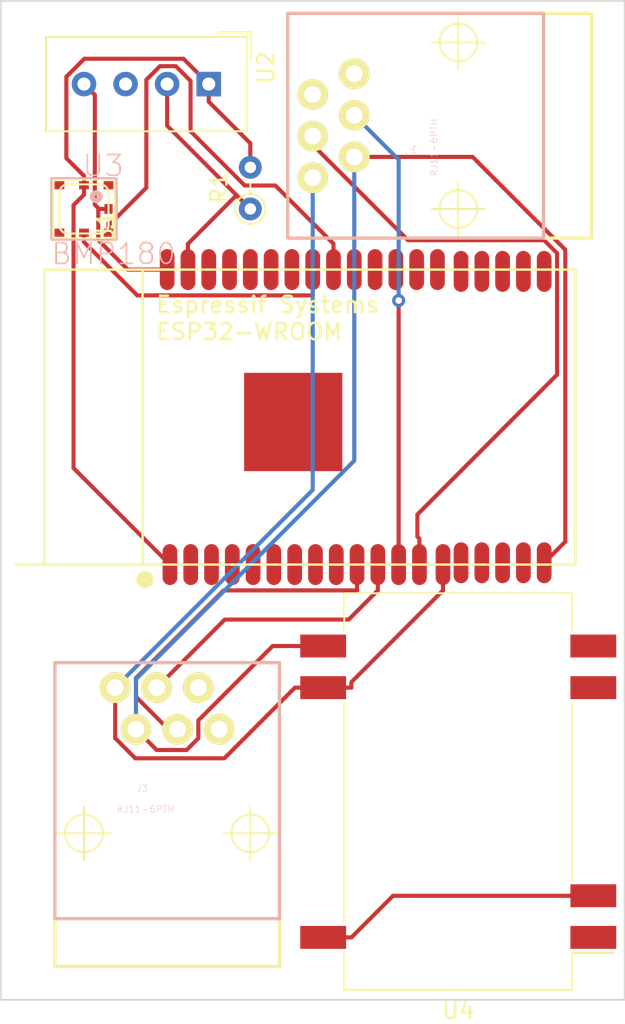
<source format=kicad_pcb>
(kicad_pcb (version 20221018) (generator pcbnew)
  (layers (0 "F.Cu" signal) (31 "B.Cu" signal) (34 "B.Paste" user) (35 "F.Paste" user) (36 "B.SilkS" user "B.Silkscreen") (37 "F.SilkS" user "F.Silkscreen") (38 "B.Mask" user) (39 "F.Mask" user) (44 "Edge.Cuts" user))
  (net 0 "")
  (net 1 "Net-(U1-3V3)")
  (net 3 "Net-(U1-IO19)")
  (net 4 "Net-(U1-IO18)")
  (net 5 "Net-(U2-GND)")
  (net 6 "Net-(U1-IO23)")
  (net 12 "Net-(U1-5V)")
  (net 27 "Net-(U1-IO12)")
  (net 28 "Net-(U1-IO14)")
  (net 29 "Net-(U1-IO27)")
  (net 30 "Net-(U1-IO26)")
  (net 39 "Net-(U4--VOUT)")
  (net 45 "GND")
  (net 46 "+12V")
  (footprint "Sensor:Aosong_DHT11_5.5x12.0_P2.54mm" (layer "F.Cu") (at 99.06 27.94 -90)
    (fp_text reference "U2" (at -1 -3.5 90) (layer "F.SilkS"))
    (fp_text value "DHT11")
    (fp_line (start -3.16 -2.6) (end -3.16 -0.6) (stroke (width 0.12)) (layer "F.SilkS"))
    (fp_line (start -3.16 -2.6) (end -1.55 -2.6) (stroke (width 0.12)) (layer "F.SilkS"))
    (fp_line (start -2.88 9.94) (end -2.88 -2.31) (stroke (width 0.12)) (layer "F.SilkS"))
    (fp_line (start -2.87 -2.32) (end 2.87 -2.32) (stroke (width 0.12)) (layer "F.SilkS"))
    (fp_line (start 2.88 -2.32) (end 2.88 9.94) (stroke (width 0.12)) (layer "F.SilkS"))
    (fp_line (start 2.88 9.94) (end -2.88 9.94) (stroke (width 0.12)) (layer "F.SilkS"))
    (pad "1" thru_hole rect (at 0 0 270) (size 1.5 1.5) (drill 0.8) (layers "*.Cu" "*.Mask") (net 1 "Net-(U1-3V3)"))
    (pad "2" thru_hole circle (at 0 2.54 270) (size 1.5 1.5) (drill 0.8) (layers "*.Cu" "*.Mask") (net 6 "Net-(U1-IO23)"))
    (pad "3" thru_hole circle (at 0 5.08 270) (size 1.5 1.5) (drill 0.8) (layers "*.Cu" "*.Mask"))
    (pad "4" thru_hole circle (at 0 7.62 270) (size 1.5 1.5) (drill 0.8) (layers "*.Cu" "*.Mask") (net 5 "Net-(U2-GND)"))
  )
  (footprint "Converter_DCDC:Converter_DCDC_Artesyn_ATA_SMD" (layer "F.Cu") (at 114.3 71.12 180)
    (fp_text reference "U4" (at 0 -13.35) (layer "F.SilkS"))
    (fp_text value "ATA00A18S-L")
    (fp_line (start -6.96 -12.11) (end -6.96 -9.84) (stroke (width 0.12)) (layer "F.SilkS"))
    (fp_line (start -6.96 -9.84) (end -9.55 -9.84) (stroke (width 0.12)) (layer "F.SilkS"))
    (fp_line (start -6.96 -5.4) (end -6.96 5.39) (stroke (width 0.12)) (layer "F.SilkS"))
    (fp_line (start -6.96 9.84) (end -6.96 12.11) (stroke (width 0.12)) (layer "F.SilkS"))
    (fp_line (start 6.96 -12.11) (end -6.96 -12.11) (stroke (width 0.12)) (layer "F.SilkS"))
    (fp_line (start 6.96 -12.11) (end 6.96 -9.84) (stroke (width 0.12)) (layer "F.SilkS"))
    (fp_line (start 6.96 -7.93) (end 6.96 5.4) (stroke (width 0.12)) (layer "F.SilkS"))
    (fp_line (start 6.96 9.84) (end 6.96 12.11) (stroke (width 0.12)) (layer "F.SilkS"))
    (fp_line (start 6.96 12.11) (end -6.96 12.11) (stroke (width 0.12)) (layer "F.SilkS"))
    (pad "1" smd rect (at -8.25 -8.89 180) (size 2.8 1.4) (layers "F.Cu" "F.Paste" "F.Mask") (net 45 "GND"))
    (pad "2" smd rect (at -8.25 -6.35 180) (size 2.8 1.4) (layers "F.Cu" "F.Paste" "F.Mask") (net 46 "+12V"))
    (pad "7" smd rect (at -8.25 6.35 180) (size 2.8 1.4) (layers "F.Cu" "F.Paste" "F.Mask"))
    (pad "8" smd rect (at -8.25 8.89 180) (size 2.8 1.4) (layers "F.Cu" "F.Paste" "F.Mask"))
    (pad "9" smd rect (at 8.25 8.89 180) (size 2.8 1.4) (layers "F.Cu" "F.Paste" "F.Mask") (net 12 "Net-(U1-5V)"))
    (pad "10" smd rect (at 8.25 6.35 180) (size 2.8 1.4) (layers "F.Cu" "F.Paste" "F.Mask") (net 39 "Net-(U4--VOUT)"))
    (pad "16" smd rect (at 8.25 -8.89 180) (size 2.8 1.4) (layers "F.Cu" "F.Paste" "F.Mask") (net 46 "+12V"))
  )
  (footprint "RF_Module:ESP32-WROOM" (layer "F.Cu") (at 101.77 48.26 -90)
    (fp_text reference "U1" (at -11.557 9.017 90) (layer "F.SilkS"))
    (fp_text value "CUSTOMESP")
    (fp_text user "Espressif Systems" (at -6.858 -0.889) (layer "F.SilkS"))
    (fp_text user "ESP32-WROOM" (at -5.207 0.254) (layer "F.SilkS"))
    (fp_line (start -9 -19.685) (end 9 -19.685) (stroke (width 0.15)) (layer "F.SilkS"))
    (fp_line (start -9 6.75) (end 9 6.75) (stroke (width 0.15)) (layer "F.SilkS"))
    (fp_line (start -9 12.75) (end -9 -19.685) (stroke (width 0.15)) (layer "F.SilkS"))
    (fp_line (start -9 12.75) (end 9 12.75) (stroke (width 0.15)) (layer "F.SilkS"))
    (fp_line (start 9 14.485) (end 9 -19.685) (stroke (width 0.15)) (layer "F.SilkS"))
    (fp_circle (center 9.906 6.604) (end 10.033 6.858) (stroke (width 0.5)) (fill none) (layer "F.SilkS"))
    (pad "1" smd oval (at 9 -11.6 270) (size 2.5 0.9) (layers "F.Cu" "F.Paste" "F.Mask") (net 39 "Net-(U4--VOUT)"))
    (pad "2" smd oval (at 9 5.08 270) (size 2.5 0.9) (layers "F.Cu" "F.Paste" "F.Mask") (net 1 "Net-(U1-3V3)"))
    (pad "3" smd oval (at 9 3.81 270) (size 2.5 0.9) (layers "F.Cu" "F.Paste" "F.Mask"))
    (pad "4" smd oval (at 9 2.54 270) (size 2.5 0.9) (layers "F.Cu" "F.Paste" "F.Mask"))
    (pad "5" smd oval (at 9 1.27 270) (size 2.5 0.9) (layers "F.Cu" "F.Paste" "F.Mask"))
    (pad "6" smd oval (at 9 0 270) (size 2.5 0.9) (layers "F.Cu" "F.Paste" "F.Mask"))
    (pad "7" smd oval (at 9 -1.27 270) (size 2.5 0.9) (layers "F.Cu" "F.Paste" "F.Mask"))
    (pad "8" smd oval (at 9 -2.54 270) (size 2.5 0.9) (layers "F.Cu" "F.Paste" "F.Mask"))
    (pad "9" smd oval (at 9 -3.81 270) (size 2.5 0.9) (layers "F.Cu" "F.Paste" "F.Mask"))
    (pad "10" smd oval (at 9 -5.08 270) (size 2.5 0.9) (layers "F.Cu" "F.Paste" "F.Mask"))
    (pad "11" smd oval (at 9 -6.35 270) (size 2.5 0.9) (layers "F.Cu" "F.Paste" "F.Mask") (net 30 "Net-(U1-IO26)"))
    (pad "12" smd oval (at 9 -7.62 270) (size 2.5 0.9) (layers "F.Cu" "F.Paste" "F.Mask") (net 29 "Net-(U1-IO27)"))
    (pad "13" smd oval (at 9 -8.89 270) (size 2.5 0.9) (layers "F.Cu" "F.Paste" "F.Mask") (net 28 "Net-(U1-IO14)"))
    (pad "14" smd oval (at 9 -10.16 270) (size 2.5 0.9) (layers "F.Cu" "F.Paste" "F.Mask") (net 27 "Net-(U1-IO12)"))
    (pad "15" smd oval (at 8.89 -17.78) (size 0.9 2.5) (layers "F.Cu" "F.Paste" "F.Mask") (net 12 "Net-(U1-5V)"))
    (pad "16" smd oval (at 8.89 -12.7 180) (size 0.9 2.5) (layers "F.Cu" "F.Paste" "F.Mask"))
    (pad "17" smd oval (at 8.89 -13.97 180) (size 0.9 2.5) (layers "F.Cu" "F.Paste" "F.Mask"))
    (pad "18" smd oval (at 8.89 -15.24 180) (size 0.9 2.5) (layers "F.Cu" "F.Paste" "F.Mask"))
    (pad "19" smd oval (at 8.89 -16.51 180) (size 0.9 2.5) (layers "F.Cu" "F.Paste" "F.Mask"))
    (pad "20" smd oval (at -8.89 -17.78) (size 0.9 2.5) (layers "F.Cu" "F.Paste" "F.Mask"))
    (pad "21" smd oval (at -8.89 -16.51) (size 0.9 2.5) (layers "F.Cu" "F.Paste" "F.Mask"))
    (pad "22" smd oval (at -8.89 -15.24) (size 0.9 2.5) (layers "F.Cu" "F.Paste" "F.Mask"))
    (pad "23" smd oval (at -8.89 -13.97) (size 0.9 2.5) (layers "F.Cu" "F.Paste" "F.Mask"))
    (pad "24" smd oval (at -8.89 -12.7) (size 0.9 2.5) (layers "F.Cu" "F.Paste" "F.Mask"))
    (pad "25" smd oval (at -9 -11.26 270) (size 2.5 0.9) (layers "F.Cu" "F.Paste" "F.Mask"))
    (pad "26" smd oval (at -9 -9.99 270) (size 2.5 0.9) (layers "F.Cu" "F.Paste" "F.Mask"))
    (pad "27" smd oval (at -9 -8.72 270) (size 2.5 0.9) (layers "F.Cu" "F.Paste" "F.Mask"))
    (pad "28" smd oval (at -9 -7.45 270) (size 2.5 0.9) (layers "F.Cu" "F.Paste" "F.Mask"))
    (pad "29" smd oval (at -9 -6.18 270) (size 2.5 0.9) (layers "F.Cu" "F.Paste" "F.Mask"))
    (pad "30" smd oval (at -9 -4.91 270) (size 2.5 0.9) (layers "F.Cu" "F.Paste" "F.Mask") (net 4 "Net-(U1-IO18)"))
    (pad "31" smd oval (at -9 -3.64 270) (size 2.5 0.9) (layers "F.Cu" "F.Paste" "F.Mask") (net 3 "Net-(U1-IO19)"))
    (pad "32" smd oval (at -9 -2.37 270) (size 2.5 0.9) (layers "F.Cu" "F.Paste" "F.Mask"))
    (pad "33" smd oval (at -9 -1.1 270) (size 2.5 0.9) (layers "F.Cu" "F.Paste" "F.Mask"))
    (pad "34" smd oval (at -9 0.17 270) (size 2.5 0.9) (layers "F.Cu" "F.Paste" "F.Mask"))
    (pad "35" smd oval (at -9 1.44 270) (size 2.5 0.9) (layers "F.Cu" "F.Paste" "F.Mask"))
    (pad "36" smd oval (at -9 2.71 270) (size 2.5 0.9) (layers "F.Cu" "F.Paste" "F.Mask"))
    (pad "37" smd oval (at -9 3.98 270) (size 2.5 0.9) (layers "F.Cu" "F.Paste" "F.Mask") (net 6 "Net-(U1-IO23)"))
    (pad "38" smd oval (at -9 5.25 270) (size 2.5 0.9) (layers "F.Cu" "F.Paste" "F.Mask") (net 5 "Net-(U2-GND)"))
    (pad "39" smd rect (at 0.3 -2.45 270) (size 6 6) (layers "F.Cu" "F.Paste" "F.Mask"))
  )
  (footprint "sensor:BMP180" (layer "F.Cu") (at 91.44 35.56)
    (fp_text reference "U3" (at 1.17348 -2.63398) (layer "B.SilkS") (effects (font (size 1.27 1.27) (thickness 0.1016))))
    (fp_text value "BMP180" (at 1.80848 2.73812) (layer "B.SilkS") (effects (font (size 1.27 1.27) (thickness 0.1016))))
    (fp_line (start -1.99898 -1.87452) (end -1.99898 1.87452) (stroke (width 0.127)) (layer "B.SilkS"))
    (fp_line (start -1.99898 1.87452) (end 1.99898 1.87452) (stroke (width 0.127)) (layer "B.SilkS"))
    (fp_line (start 1.99898 -1.87452) (end -1.99898 -1.87452) (stroke (width 0.127)) (layer "B.SilkS"))
    (fp_line (start 1.99898 1.87452) (end 1.99898 -1.87452) (stroke (width 0.127)) (layer "B.SilkS"))
    (fp_circle (center 0.7493 -0.7493) (end 0.81026 -0.81026) (stroke (width 0.3048)) (fill none) (layer "B.SilkS"))
    (fp_circle (center 0.7493 -0.7493) (end 0.81026 -0.81026) (stroke (width 0.3048)) (fill none) (layer "B.SilkS"))
    (fp_line (start -1.89992 -1.79832) (end -1.89992 1.79832) (stroke (width 0.127)) (layer "F.SilkS"))
    (fp_line (start -1.89992 1.79832) (end 1.89992 1.79832) (stroke (width 0.127)) (layer "F.SilkS"))
    (fp_line (start -1.4986 -0.99822) (end -1.4986 0.99822) (stroke (width 0.127)) (layer "F.SilkS"))
    (fp_line (start -0.99822 1.4986) (end 0.99822 1.4986) (stroke (width 0.127)) (layer "F.SilkS"))
    (fp_line (start 0.99822 -1.4986) (end -0.99822 -1.4986) (stroke (width 0.127)) (layer "F.SilkS"))
    (fp_line (start 1.4986 0.99822) (end 1.4986 -0.99822) (stroke (width 0.127)) (layer "F.SilkS"))
    (fp_line (start 1.89992 -1.79832) (end -1.89992 -1.79832) (stroke (width 0.127)) (layer "F.SilkS"))
    (fp_line (start 1.89992 1.79832) (end 1.89992 -1.79832) (stroke (width 0.127)) (layer "F.SilkS"))
    (fp_arc (start -1.4986 -0.99822) (mid -1.352042 -1.352042) (end -0.99822 -1.4986) (stroke (width 0.127)) (layer "F.SilkS"))
    (fp_arc (start -0.99822 1.4986) (mid -1.352042 1.352042) (end -1.4986 0.99822) (stroke (width 0.127)) (layer "F.SilkS"))
    (fp_arc (start 0.99822 -1.4986) (mid 1.352042 -1.352042) (end 1.4986 -0.99822) (stroke (width 0.127)) (layer "F.SilkS"))
    (fp_arc (start 1.4986 0.99822) (mid 1.352042 1.352042) (end 0.99822 1.4986) (stroke (width 0.127)) (layer "F.SilkS"))
    (fp_circle (center 0.7493 -0.7493) (end 0.81026 -0.81026) (stroke (width 0.3048)) (fill none) (layer "F.SilkS"))
    (pad "1" smd rect (at 1.4986 -1.4478 90) (size 0.49784 0.59944) (layers "F.Cu" "F.Paste" "F.Mask"))
    (pad "2" smd rect (at 0 -1.4478 90) (size 0.49784 0.59944) (layers "F.Cu" "F.Paste" "F.Mask") (net 1 "Net-(U1-3V3)"))
    (pad "3" smd rect (at -1.4986 -1.4478 90) (size 0.49784 0.59944) (layers "F.Cu" "F.Paste" "F.Mask"))
    (pad "4" smd rect (at -1.4986 1.4478 90) (size 0.49784 0.59944) (layers "F.Cu" "F.Paste" "F.Mask"))
    (pad "5" smd rect (at 0 1.4478 90) (size 0.49784 0.59944) (layers "F.Cu" "F.Paste" "F.Mask") (net 3 "Net-(U1-IO19)"))
    (pad "6" smd rect (at 1.4986 1.4478 90) (size 0.49784 0.59944) (layers "F.Cu" "F.Paste" "F.Mask") (net 4 "Net-(U1-IO18)"))
    (pad "7" smd rect (at 1.4986 0 180) (size 0.49784 0.59944) (layers "F.Cu" "F.Paste" "F.Mask") (net 5 "Net-(U2-GND)"))
  )
  (footprint "conectorica:RJ11-6" (layer "F.Cu") (at 114.3 30.48 90)
    (fp_text reference "J4" (at -1.524 -2.7432 90) (layer "B.SilkS") (effects (font (size 0.4064 0.4064) (thickness 0.0254))))
    (fp_text value "RJ11-6PTH" (at -1.3208 -1.4732 90) (layer "B.SilkS") (effects (font (size 0.4064 0.4064) (thickness 0.0254))))
    (fp_line (start -6.858 -10.414) (end -6.858 5.207) (stroke (width 0.2032)) (layer "B.SilkS"))
    (fp_line (start 6.858 -10.414) (end -6.858 -10.414) (stroke (width 0.2032)) (layer "B.SilkS"))
    (fp_line (start 6.858 5.207) (end -6.858 5.207) (stroke (width 0.2032)) (layer "B.SilkS"))
    (fp_line (start 6.858 5.207) (end 6.858 -10.414) (stroke (width 0.2032)) (layer "B.SilkS"))
    (fp_line (start -6.858 5.207) (end -6.858 8.128) (stroke (width 0.2032)) (layer "F.SilkS"))
    (fp_line (start -6.858 8.128) (end 6.858 8.128) (stroke (width 0.2032)) (layer "F.SilkS"))
    (fp_line (start -6.7056 0) (end -3.4544 0) (stroke (width 0.127)) (layer "F.SilkS"))
    (fp_line (start -5.08 1.6256) (end -5.08 -1.6256) (stroke (width 0.127)) (layer "F.SilkS"))
    (fp_line (start 3.4544 0) (end 6.7056 0) (stroke (width 0.127)) (layer "F.SilkS"))
    (fp_line (start 5.08 1.6256) (end 5.08 -1.6256) (stroke (width 0.127)) (layer "F.SilkS"))
    (fp_line (start 6.858 8.128) (end 6.858 5.207) (stroke (width 0.2032)) (layer "F.SilkS"))
    (fp_circle (center -5.08 0) (end -5.8928 0.8128) (stroke (width 0.127)) (fill none) (layer "F.SilkS"))
    (fp_circle (center 5.08 0) (end 5.8928 0.8128) (stroke (width 0.127)) (fill none) (layer "F.SilkS"))
    (pad "1" thru_hole circle (at -3.175 -8.89 90) (size 1.8796 1.8796) (drill 1.016) (layers "F&B.Cu" "F.Paste" "F.SilkS" "F.Mask") (net 39 "Net-(U4--VOUT)"))
    (pad "2" thru_hole circle (at -1.905 -6.35 90) (size 1.8796 1.8796) (drill 1.016) (layers "F&B.Cu" "F.Paste" "F.SilkS" "F.Mask") (net 12 "Net-(U1-5V)"))
    (pad "3" thru_hole circle (at -0.635 -8.89 90) (size 1.8796 1.8796) (drill 1.016) (layers "F&B.Cu" "F.Paste" "F.SilkS" "F.Mask") (net 27 "Net-(U1-IO12)"))
    (pad "4" thru_hole circle (at 0.635 -6.35 90) (size 1.8796 1.8796) (drill 1.016) (layers "F&B.Cu" "F.Paste" "F.SilkS" "F.Mask") (net 28 "Net-(U1-IO14)"))
    (pad "5" thru_hole circle (at 1.905 -8.89 90) (size 1.8796 1.8796) (drill 1.016) (layers "F&B.Cu" "F.Paste" "F.SilkS" "F.Mask"))
    (pad "6" thru_hole circle (at 3.175 -6.35 90) (size 1.8796 1.8796) (drill 1.016) (layers "F&B.Cu" "F.Paste" "F.SilkS" "F.Mask"))
  )
  (footprint "conectorica:RJ11-6" (layer "F.Cu") (at 96.52 73.66)
    (fp_text reference "J3" (at -1.524 -2.7432) (layer "B.SilkS") (effects (font (size 0.4064 0.4064) (thickness 0.0254))))
    (fp_text value "RJ11-6PTH" (at -1.3208 -1.4732) (layer "B.SilkS") (effects (font (size 0.4064 0.4064) (thickness 0.0254))))
    (fp_line (start -6.858 -10.414) (end -6.858 5.207) (stroke (width 0.2032)) (layer "B.SilkS"))
    (fp_line (start 6.858 -10.414) (end -6.858 -10.414) (stroke (width 0.2032)) (layer "B.SilkS"))
    (fp_line (start 6.858 5.207) (end -6.858 5.207) (stroke (width 0.2032)) (layer "B.SilkS"))
    (fp_line (start 6.858 5.207) (end 6.858 -10.414) (stroke (width 0.2032)) (layer "B.SilkS"))
    (fp_line (start -6.858 5.207) (end -6.858 8.128) (stroke (width 0.2032)) (layer "F.SilkS"))
    (fp_line (start -6.858 8.128) (end 6.858 8.128) (stroke (width 0.2032)) (layer "F.SilkS"))
    (fp_line (start -6.7056 0) (end -3.4544 0) (stroke (width 0.127)) (layer "F.SilkS"))
    (fp_line (start -5.08 1.6256) (end -5.08 -1.6256) (stroke (width 0.127)) (layer "F.SilkS"))
    (fp_line (start 3.4544 0) (end 6.7056 0) (stroke (width 0.127)) (layer "F.SilkS"))
    (fp_line (start 5.08 1.6256) (end 5.08 -1.6256) (stroke (width 0.127)) (layer "F.SilkS"))
    (fp_line (start 6.858 8.128) (end 6.858 5.207) (stroke (width 0.2032)) (layer "F.SilkS"))
    (fp_circle (center -5.08 0) (end -5.8928 0.8128) (stroke (width 0.127)) (fill none) (layer "F.SilkS"))
    (fp_circle (center 5.08 0) (end 5.8928 0.8128) (stroke (width 0.127)) (fill none) (layer "F.SilkS"))
    (pad "1" thru_hole circle (at -3.175 -8.89) (size 1.8796 1.8796) (drill 1.016) (layers "F&B.Cu" "F.Paste" "F.SilkS" "F.Mask") (net 39 "Net-(U4--VOUT)"))
    (pad "2" thru_hole circle (at -1.905 -6.35) (size 1.8796 1.8796) (drill 1.016) (layers "F&B.Cu" "F.Paste" "F.SilkS" "F.Mask") (net 12 "Net-(U1-5V)"))
    (pad "3" thru_hole circle (at -0.635 -8.89) (size 1.8796 1.8796) (drill 1.016) (layers "F&B.Cu" "F.Paste" "F.SilkS" "F.Mask") (net 29 "Net-(U1-IO27)"))
    (pad "4" thru_hole circle (at 0.635 -6.35) (size 1.8796 1.8796) (drill 1.016) (layers "F&B.Cu" "F.Paste" "F.SilkS" "F.Mask") (net 30 "Net-(U1-IO26)"))
    (pad "5" thru_hole circle (at 1.905 -8.89) (size 1.8796 1.8796) (drill 1.016) (layers "F&B.Cu" "F.Paste" "F.SilkS" "F.Mask"))
    (pad "6" thru_hole circle (at 3.175 -6.35) (size 1.8796 1.8796) (drill 1.016) (layers "F&B.Cu" "F.Paste" "F.SilkS" "F.Mask"))
  )
  (footprint "Resistor_THT:R_Axial_DIN0204_L3.6mm_D1.6mm_P2.54mm_Vertical" (layer "F.Cu") (at 101.6 35.56 90)
    (fp_text reference "R1" (at 1.27 -1.92 90) (layer "F.SilkS"))
    (fp_text value "R_US")
    (fp_line (start 0.92 0) (end 1.54 0) (stroke (width 0.12)) (layer "F.SilkS"))
    (fp_circle (center 0 0) (end 0.92 0) (stroke (width 0.12)) (fill none) (layer "F.SilkS"))
    (pad "1" thru_hole circle (at 0 0 90) (size 1.4 1.4) (drill 0.7) (layers "*.Cu" "*.Mask") (net 6 "Net-(U1-IO23)"))
    (pad "2" thru_hole oval (at 2.54 0 90) (size 1.4 1.4) (drill 0.7) (layers "*.Cu" "*.Mask") (net 1 "Net-(U1-3V3)"))
  )
  (gr_rect (start 86.36 22.86) (end 124.46 83.82) (stroke (width 0.1)) (fill none) (layer "Edge.Cuts"))
  (segment (start 91.44 34.6864) (end 90.8023 35.3241) (width 0.25) (layer "F.Cu") (net 1))
  (segment (start 101.6 31.5553) (end 101.6 33.02) (width 0.25) (layer "F.Cu") (net 1))
  (segment (start 91.4625 26.3945) (end 97.5145 26.3945) (width 0.25) (layer "F.Cu") (net 1))
  (segment (start 91.44 34.1122) (end 91.44 33.538) (width 0.25) (layer "F.Cu") (net 1))
  (segment (start 97.5145 26.3945) (end 99.06 27.94) (width 0.25) (layer "F.Cu") (net 1))
  (segment (start 90.364 32.462) (end 90.364 27.493) (width 0.25) (layer "F.Cu") (net 1))
  (segment (start 91.44 34.3993) (end 91.44 34.6864) (width 0.25) (layer "F.Cu") (net 1))
  (segment (start 91.44 33.538) (end 90.364 32.462) (width 0.25) (layer "F.Cu") (net 1))
  (segment (start 90.8023 51.3723) (end 96.69 57.26) (width 0.25) (layer "F.Cu") (net 1))
  (segment (start 91.44 34.3993) (end 91.44 34.1122) (width 0.25) (layer "F.Cu") (net 1))
  (segment (start 99.06 29.0153) (end 101.6 31.5553) (width 0.25) (layer "F.Cu") (net 1))
  (segment (start 99.06 27.94) (end 99.06 29.0153) (width 0.25) (layer "F.Cu") (net 1))
  (segment (start 90.364 27.493) (end 91.4625 26.3945) (width 0.25) (layer "F.Cu") (net 1))
  (segment (start 90.8023 35.3241) (end 90.8023 51.3723) (width 0.25) (layer "F.Cu") (net 1))
  (segment (start 94.6933 40.8353) (end 105.41 40.8353) (width 0.25) (layer "F.Cu") (net 3))
  (segment (start 91.44 37.582) (end 94.6933 40.8353) (width 0.25) (layer "F.Cu") (net 3))
  (segment (start 105.41 39.26) (end 105.41 40.8353) (width 0.25) (layer "F.Cu") (net 3))
  (segment (start 91.44 37.0078) (end 91.44 37.582) (width 0.25) (layer "F.Cu") (net 3))
  (segment (start 92.9386 37.0078) (end 92.9386 36.4336) (width 0.25) (layer "F.Cu") (net 4))
  (segment (start 96.0812 26.8483) (end 97.0487 26.8483) (width 0.25) (layer "F.Cu") (net 4))
  (segment (start 93.0821 36.4336) (end 95.25 34.2657) (width 0.25) (layer "F.Cu") (net 4))
  (segment (start 95.25 34.2657) (end 95.25 27.6795) (width 0.25) (layer "F.Cu") (net 4))
  (segment (start 97.9493 27.7489) (end 97.9493 30.8193) (width 0.25) (layer "F.Cu") (net 4))
  (segment (start 101.2606 34.1306) (end 103.1259 34.1306) (width 0.25) (layer "F.Cu") (net 4))
  (segment (start 106.68 39.26) (end 106.68 37.6847) (width 0.25) (layer "F.Cu") (net 4))
  (segment (start 95.25 27.6795) (end 96.0812 26.8483) (width 0.25) (layer "F.Cu") (net 4))
  (segment (start 103.1259 34.1306) (end 106.68 37.6847) (width 0.25) (layer "F.Cu") (net 4))
  (segment (start 92.9386 36.4336) (end 93.0821 36.4336) (width 0.25) (layer "F.Cu") (net 4))
  (segment (start 97.0487 26.8483) (end 97.9493 27.7489) (width 0.25) (layer "F.Cu") (net 4))
  (segment (start 97.9493 30.8193) (end 101.2606 34.1306) (width 0.25) (layer "F.Cu") (net 4))
  (segment (start 92.102 35.2976) (end 92.3644 35.56) (width 0.25) (layer "F.Cu") (net 5))
  (segment (start 92.9386 35.56) (end 92.3644 35.56) (width 0.25) (layer "F.Cu") (net 5))
  (segment (start 94.1195 39.26) (end 96.52 39.26) (width 0.25) (layer "F.Cu") (net 5))
  (segment (start 92.102 28.602) (end 92.102 35.2976) (width 0.25) (layer "F.Cu") (net 5))
  (segment (start 91.44 27.94) (end 92.102 28.602) (width 0.25) (layer "F.Cu") (net 5))
  (segment (start 92.3135 35.6109) (end 92.3135 37.454) (width 0.25) (layer "F.Cu") (net 5))
  (segment (start 92.3644 35.56) (end 92.3135 35.6109) (width 0.25) (layer "F.Cu") (net 5))
  (segment (start 92.3135 37.454) (end 94.1195 39.26) (width 0.25) (layer "F.Cu") (net 5))
  (segment (start 96.52 27.94) (end 96.52 30.48) (width 0.25) (layer "F.Cu") (net 6))
  (segment (start 100.7574 34.7173) (end 101.6 35.56) (width 0.25) (layer "F.Cu") (net 6))
  (segment (start 97.79 39.26) (end 97.79 37.6847) (width 0.25) (layer "F.Cu") (net 6))
  (segment (start 100.7574 34.7173) (end 97.79 37.6847) (width 0.25) (layer "F.Cu") (net 6))
  (segment (start 96.52 30.48) (end 100.7574 34.7173) (width 0.25) (layer "F.Cu") (net 6))
  (segment (start 97.7055 68.5752) (end 98.425 67.8557) (width 0.25) (layer "F.Cu") (net 12))
  (segment (start 98.425 67.8557) (end 98.425 66.7685) (width 0.25) (layer "F.Cu") (net 12))
  (segment (start 120.839 55.861) (end 119.55 57.15) (width 0.25) (layer "F.Cu") (net 12))
  (segment (start 94.615 67.31) (end 95.8802 68.5752) (width 0.25) (layer "F.Cu") (net 12))
  (segment (start 102.9635 62.23) (end 106.05 62.23) (width 0.25) (layer "F.Cu") (net 12))
  (segment (start 95.8802 68.5752) (end 97.7055 68.5752) (width 0.25) (layer "F.Cu") (net 12))
  (segment (start 98.425 66.7685) (end 102.9635 62.23) (width 0.25) (layer "F.Cu") (net 12))
  (segment (start 107.95 32.385) (end 115.1762 32.385) (width 0.25) (layer "F.Cu") (net 12))
  (segment (start 120.839 38.0478) (end 120.839 55.861) (width 0.25) (layer "F.Cu") (net 12))
  (segment (start 115.1762 32.385) (end 120.839 38.0478) (width 0.25) (layer "F.Cu") (net 12))
  (segment (start 94.615 64.2508) (end 107.95 50.9158) (width 0.25) (layer "B.Cu") (net 12))
  (segment (start 107.95 50.9158) (end 107.95 32.385) (width 0.25) (layer "B.Cu") (net 12))
  (segment (start 94.615 67.31) (end 94.615 64.2508) (width 0.25) (layer "B.Cu") (net 12))
  (segment (start 111.93 57.26) (end 111.93 55.6847) (width 0.25) (layer "F.Cu") (net 27))
  (segment (start 111.8063 55.561) (end 111.93 55.6847) (width 0.25) (layer "F.Cu") (net 27))
  (segment (start 111.2305 37.4672) (end 119.5438 37.4672) (width 0.25) (layer "F.Cu") (net 27))
  (segment (start 111.8063 54.2027) (end 111.8063 55.561) (width 0.25) (layer "F.Cu") (net 27))
  (segment (start 105.41 31.6467) (end 111.2305 37.4672) (width 0.25) (layer "F.Cu") (net 27))
  (segment (start 105.41 31.115) (end 105.41 31.6467) (width 0.25) (layer "F.Cu") (net 27))
  (segment (start 120.3358 38.2592) (end 120.3358 45.6732) (width 0.25) (layer "F.Cu") (net 27))
  (segment (start 119.5438 37.4672) (end 120.3358 38.2592) (width 0.25) (layer "F.Cu") (net 27))
  (segment (start 120.3358 45.6732) (end 111.8063 54.2027) (width 0.25) (layer "F.Cu") (net 27))
  (segment (start 110.66 57.26) (end 110.66 41.1463) (width 0.25) (layer "F.Cu") (net 28))
  (via (at 110.66 41.1463) (size 0.8) (drill 0.4) (layers "F.Cu" "B.Cu") (net 28))
  (segment (start 107.95 29.845) (end 110.66 32.555) (width 0.25) (layer "B.Cu") (net 28))
  (segment (start 110.66 32.555) (end 110.66 41.1463) (width 0.25) (layer "B.Cu") (net 28))
  (segment (start 95.885 64.77) (end 100.0394 60.6156) (width 0.25) (layer "F.Cu") (net 29))
  (segment (start 109.39 57.26) (end 109.39 58.8353) (width 0.25) (layer "F.Cu") (net 29))
  (segment (start 107.6097 60.6156) (end 109.39 58.8353) (width 0.25) (layer "F.Cu") (net 29))
  (segment (start 100.0394 60.6156) (end 107.6097 60.6156) (width 0.25) (layer "F.Cu") (net 29))
  (segment (start 94.615 65.3257) (end 94.615 64.1876) (width 0.25) (layer "F.Cu") (net 30))
  (segment (start 108.12 57.26) (end 108.12 58.8353) (width 0.25) (layer "F.Cu") (net 30))
  (segment (start 94.615 64.1876) (end 99.9673 58.8353) (width 0.25) (layer "F.Cu") (net 30))
  (segment (start 99.9673 58.8353) (end 108.12 58.8353) (width 0.25) (layer "F.Cu") (net 30))
  (segment (start 97.155 67.31) (end 96.5993 67.31) (width 0.25) (layer "F.Cu") (net 30))
  (segment (start 96.5993 67.31) (end 94.615 65.3257) (width 0.25) (layer "F.Cu") (net 30))
  (segment (start 106.05 64.77) (end 104.3247 64.77) (width 0.25) (layer "F.Cu") (net 39))
  (segment (start 93.345 64.77) (end 93.345 67.8477) (width 0.25) (layer "F.Cu") (net 39))
  (segment (start 94.5776 69.0803) (end 100.0144 69.0803) (width 0.25) (layer "F.Cu") (net 39))
  (segment (start 106.05 64.77) (end 107.7753 64.77) (width 0.25) (layer "F.Cu") (net 39))
  (segment (start 113.37 57.26) (end 113.37 58.8353) (width 0.25) (layer "F.Cu") (net 39))
  (segment (start 100.0144 69.0803) (end 104.3247 64.77) (width 0.25) (layer "F.Cu") (net 39))
  (segment (start 107.7753 64.43) (end 107.7753 64.77) (width 0.25) (layer "F.Cu") (net 39))
  (segment (start 113.37 58.8353) (end 107.7753 64.43) (width 0.25) (layer "F.Cu") (net 39))
  (segment (start 93.345 67.8477) (end 94.5776 69.0803) (width 0.25) (layer "F.Cu") (net 39))
  (segment (start 105.41 52.705) (end 93.345 64.77) (width 0.25) (layer "B.Cu") (net 39))
  (segment (start 105.41 33.655) (end 105.41 52.705) (width 0.25) (layer "B.Cu") (net 39))
  (segment (start 107.7753 80.01) (end 110.3153 77.47) (width 0.25) (layer "F.Cu") (net 46))
  (segment (start 106.05 80.01) (end 107.7753 80.01) (width 0.25) (layer "F.Cu") (net 46))
  (segment (start 110.3153 77.47) (end 122.55 77.47) (width 0.25) (layer "F.Cu") (net 46))
)
</source>
